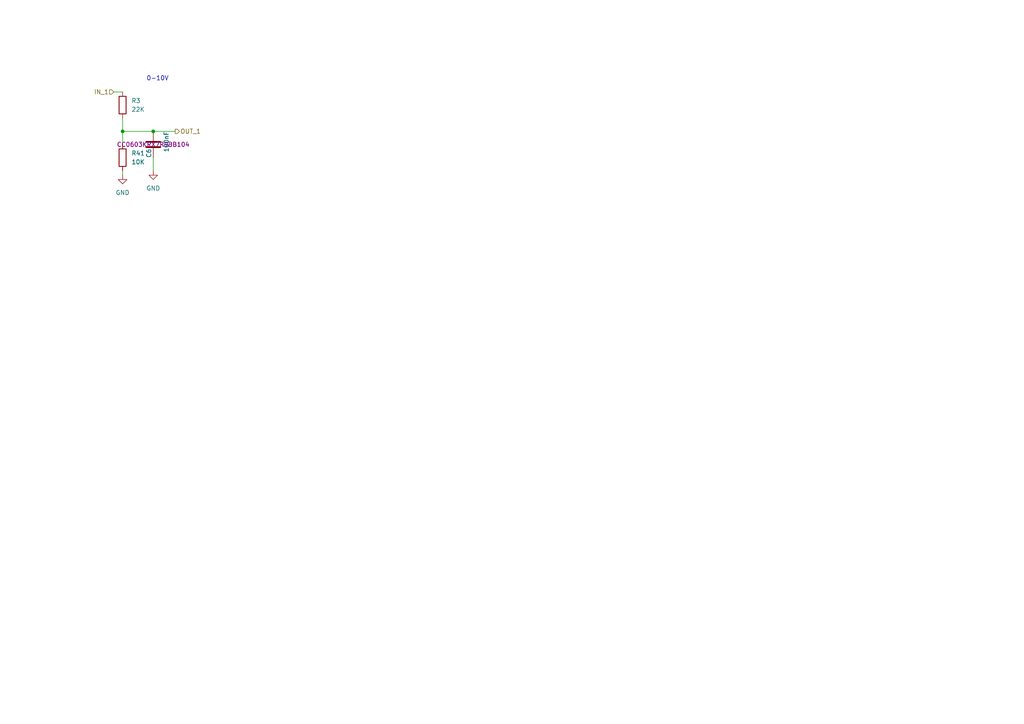
<source format=kicad_sch>
(kicad_sch (version 20250114) (generator "eeschema") (generator_version "9.0")
  (paper "A4")
  (lib_symbols
    (symbol "PCM_Capacitor_AKL:C_0603" (pin_numbers (hide yes)) (pin_names (offset 0.254))
      (property "Reference" "C" (at 0.635 2.54 0))
      (property "Value" "C_0603" (at 0.635 -2.54 0))
      (symbol "C_0603_0_1"
        (polyline (pts (xy -2.032 0.762) (xy 2.032 0.762)) (stroke (width 0.508)))
        (polyline (pts (xy -2.032 -0.762) (xy 2.032 -0.762)) (stroke (width 0.508)))
      )
      (symbol "C_0603_0_2"
        (polyline (pts (xy -2.54 -2.54) (xy -0.381 -0.381)))
        (polyline (pts (xy -0.508 -0.508) (xy -1.651 0.635)) (stroke (width 0.508)))
        (polyline (pts (xy -0.508 -0.508) (xy 0.635 -1.651)) (stroke (width 0.508)))
        (polyline (pts (xy 0.381 0.381) (xy 2.54 2.54)))
        (polyline (pts (xy 0.508 0.508) (xy -0.635 1.651)) (stroke (width 0.508)))
        (polyline (pts (xy 0.508 0.508) (xy 1.651 -0.635)) (stroke (width 0.508)))
      )
      (symbol "C_0603_1_1"
        (pin passive line (at 0 3.81 270) (length 2.794) (name "~") (number "1"))
        (pin passive line (at 0 -3.81 90) (length 2.794) (name "~") (number "2"))
      )
      (symbol "C_0603_1_2"
        (pin passive line (at -2.54 -2.54 90) (length 0) (name "~") (number "2"))
        (pin passive line (at 2.54 2.54 270) (length 0) (name "~") (number "1"))
      )
    )
    (symbol "PCM_Resistor_AKL:R_0603" (pin_numbers (hide yes)) (pin_names (offset 0))
      (property "Reference" "R" (at 2.54 1.27 0))
      (property "Value" "R_0603" (at 2.54 -1.27 0))
      (symbol "R_0603_0_1"
        (rectangle (start -1.016 2.54) (end 1.016 -2.54) (stroke (width 0.254)))
      )
      (symbol "R_0603_0_2"
        (polyline (pts (xy -2.54 -2.54) (xy -1.524 -1.524)))
        (polyline (pts (xy 1.524 1.524) (xy 2.54 2.54)))
        (polyline (pts (xy 1.524 1.524) (xy 0.889 2.159) (xy -2.159 -0.889) (xy -0.889 -2.159) (xy 2.159 0.889) (xy 1.524 1.524)) (stroke (width 0.254)))
      )
      (symbol "R_0603_1_1"
        (pin passive line (at 0 3.81 270) (length 1.27) (name "~") (number "1"))
        (pin passive line (at 0 -3.81 90) (length 1.27) (name "~") (number "2"))
      )
      (symbol "R_0603_1_2"
        (pin passive line (at -2.54 -2.54 0) (length 0) (name "") (number "2"))
        (pin passive line (at 2.54 2.54 180) (length 0) (name "") (number "1"))
      )
    )
    (symbol "power:GND" (power) (pin_numbers (hide yes)) (pin_names (offset 0) (hide yes))
      (property "Value" "GND" (at 0 -3.81 0))
      (symbol "GND_0_1"
        (polyline (pts (xy 0 0) (xy 0 -1.27) (xy 1.27 -1.27) (xy 0 -2.54) (xy -1.27 -1.27) (xy 0 -1.27)))
      )
      (symbol "GND_1_1"
        (pin power_in line (at 0 0 270) (length 0) (name "~") (number "1"))
      )
    )
  )
  (text "0-10V" (at 45.72 22.86 0) (effects (font (size 1.27 1.27))))
  (junction (at 44.45 38.1))
  (junction (at 35.56 38.1))
  (wire (pts (xy 35.56 38.1) (xy 35.56 41.91)))
  (wire (pts (xy 35.56 50.8) (xy 35.56 49.53)))
  (wire (pts (xy 33.02 26.67) (xy 35.56 26.67)))
  (wire (pts (xy 35.56 38.1) (xy 44.45 38.1)))
  (wire (pts (xy 44.45 49.53) (xy 44.45 45.72)))
  (wire (pts (xy 44.45 38.1) (xy 50.8 38.1)))
  (wire (pts (xy 35.56 34.29) (xy 35.56 38.1)))
  (hierarchical_label "IN_1" (shape input) (at 33.02 26.67 180))
  (hierarchical_label "OUT_1" (shape output) (at 50.8 38.1 0))
  (symbol (lib_id "power:GND") (at 35.56 50.8 0) (unit 1)
    (property "Reference" "#PWR015" (effects (hide yes)))
    (property "Value" "GND" (at 35.56 55.88 0))
    (property "Description" "Power symbol creates a global label with name \"GND\" , ground" (effects (hide yes)))
  )
  (symbol (lib_id "power:GND") (at 44.45 49.53 0) (unit 1)
    (property "Reference" "#PWR017" (effects (hide yes)))
    (property "Value" "GND" (at 44.45 54.61 0))
    (property "Description" "Power symbol creates a global label with name \"GND\" , ground" (effects (hide yes)))
  )
  (symbol (lib_id "PCM_Resistor_AKL:R_0603") (at 35.56 30.48 0) (unit 1)
    (property "Reference" "R3" (at 38.1 29.2099 0) (effects (justify left)))
    (property "Value" "22K" (at 38.1 31.7499 0) (effects (justify left)))
    (property "Footprint" "PCM_Resistor_SMD_AKL:R_0603_1608Metric" (effects (hide yes)))
    (property "Description" "SMD 0603 Chip Resistor, European Symbol, Alternate KiCad Library" (effects (hide yes)))
    (property "PART NUMBERT" "RC0603FR-0722KL" (effects (hide yes)))
  )
  (symbol (lib_id "PCM_Capacitor_AKL:C_0603") (at 44.45 41.91 180) (unit 1)
    (property "Reference" "C6" (at 43.18 44.45 90))
    (property "Value" "100nF" (at 48.26 38.1 90) (effects (justify left)))
    (property "Footprint" "PCM_Capacitor_SMD_AKL:C_0603_1608Metric" (effects (hide yes)))
    (property "Description" "SMD 0603 MLCC capacitor, Alternate KiCad Library" (effects (hide yes)))
    (property "PART NUMBERT" "CC0603KRX7R9BB104" (at 44.45 41.91 0))
  )
  (symbol (lib_id "PCM_Resistor_AKL:R_0603") (at 35.56 45.72 0) (unit 1)
    (property "Reference" "R41" (at 38.1 44.4499 0) (effects (justify left)))
    (property "Value" "10K" (at 38.1 46.9899 0) (effects (justify left)))
    (property "Footprint" "PCM_Resistor_SMD_AKL:R_0603_1608Metric" (effects (hide yes)))
    (property "Description" "SMD 0603 Chip Resistor, European Symbol, Alternate KiCad Library" (effects (hide yes)))
  )
)
</source>
